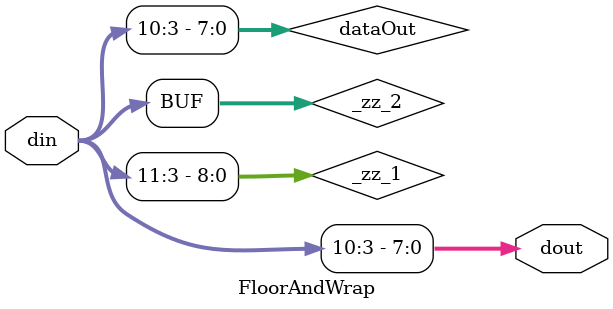
<source format=v>



module cal_phase (
  input               en,
  input               vin_vld,
  input      [7:0]    v_in_0,
  input      [7:0]    v_in_1,
  input      [7:0]    v_in_2,
  input      [7:0]    v_in_3,
  input      [7:0]    v_in_4,
  input      [7:0]    v_in_5,
  input      [7:0]    v_in_6,
  input      [7:0]    v_in_7,
  output              res_vld,
  output     [9:0]    res,
  input               clk,
  input               reset
);
  wire       [7:0]    calvn_vn_0;
  wire       [7:0]    calvn_vn_1;
  wire       [7:0]    calvn_vn_2;
  wire       [7:0]    calvn_vn_3;
  wire       [7:0]    calvn_vn_4;
  wire       [7:0]    calvn_vn_5;
  wire       [7:0]    calvn_vn_6;
  wire       [7:0]    calvn_vn_7;
  wire                calvn_vn_vld;
  wire       [15:0]   dot_psum_out1;
  wire       [15:0]   dot_psum_out2;
  wire                dot_psum_vld;
  wire       [7:0]    cordic_res;
  wire                cordic_res_vld;
  wire       [8:0]    _zz_3;
  wire       [8:0]    _zz_4;
  wire       [8:0]    _zz_5;
  wire       [8:0]    _zz_6;
  wire       [0:0]    _zz_7;
  wire       [8:0]    _zz_8;
  wire       [9:0]    _zz_9;
  wire       [9:0]    _zz_10;
  wire       [9:0]    _zz_11;
  wire       [9:0]    _zz_12;
  wire       [7:0]    vn_0;
  wire       [7:0]    vn_1;
  wire       [7:0]    vn_2;
  wire       [7:0]    vn_3;
  wire       [7:0]    vn_4;
  wire       [7:0]    vn_5;
  wire       [7:0]    vn_6;
  wire       [7:0]    vn_7;
  wire                vn_vld;
  wire       [15:0]   psum_out1;
  wire       [15:0]   psum_out2;
  wire                psum_vld;
  wire                ph_vld /* verilator public */ ;
  wire       [7:0]    ph_cal;
  reg                 LastA2stZero;
  reg        [7:0]    ph_now;
  reg        [7:0]    ph_last;
  reg                 ph_vld_dly1 /* verilator public */ ;
  wire       [8:0]    ph_delta;
  wire       [8:0]    ph_delta_abs;
  wire                AbsGtPi;
  reg        [9:0]    res_last;
  reg                 res_last_vld;
  wire       [8:0]    _zz_1;
  wire       [8:0]    _zz_2;

  assign _zz_3 = {ph_now[7],ph_now};
  assign _zz_4 = {ph_last[7],ph_last};
  assign _zz_5 = (ph_delta[8] ? _zz_6 : ph_delta);
  assign _zz_6 = (~ ph_delta);
  assign _zz_7 = ph_delta[8];
  assign _zz_8 = {8'd0, _zz_7};
  assign _zz_9 = {ph_delta[8],ph_delta};
  assign _zz_10 = {_zz_1[8],_zz_1};
  assign _zz_11 = {ph_delta[8],ph_delta};
  assign _zz_12 = {_zz_2[8],_zz_2};
  cal_vn calvn (
    .en         (en               ), //i
    .vin_vld    (vin_vld          ), //i
    .v_in_0     (v_in_0[7:0]      ), //i
    .v_in_1     (v_in_1[7:0]      ), //i
    .v_in_2     (v_in_2[7:0]      ), //i
    .v_in_3     (v_in_3[7:0]      ), //i
    .v_in_4     (v_in_4[7:0]      ), //i
    .v_in_5     (v_in_5[7:0]      ), //i
    .v_in_6     (v_in_6[7:0]      ), //i
    .v_in_7     (v_in_7[7:0]      ), //i
    .vn_0       (calvn_vn_0[7:0]  ), //o
    .vn_1       (calvn_vn_1[7:0]  ), //o
    .vn_2       (calvn_vn_2[7:0]  ), //o
    .vn_3       (calvn_vn_3[7:0]  ), //o
    .vn_4       (calvn_vn_4[7:0]  ), //o
    .vn_5       (calvn_vn_5[7:0]  ), //o
    .vn_6       (calvn_vn_6[7:0]  ), //o
    .vn_7       (calvn_vn_7[7:0]  ), //o
    .vn_vld     (calvn_vn_vld     ), //o
    .clk        (clk              ), //i
    .reset      (reset            )  //i
  );
  dotVn dot (
    .en           (en                   ), //i
    .vn_vld       (vn_vld               ), //i
    .vn_in_0      (vn_0[7:0]            ), //i
    .vn_in_1      (vn_1[7:0]            ), //i
    .vn_in_2      (vn_2[7:0]            ), //i
    .vn_in_3      (vn_3[7:0]            ), //i
    .vn_in_4      (vn_4[7:0]            ), //i
    .vn_in_5      (vn_5[7:0]            ), //i
    .vn_in_6      (vn_6[7:0]            ), //i
    .vn_in_7      (vn_7[7:0]            ), //i
    .psum_out1    (dot_psum_out1[15:0]  ), //o
    .psum_out2    (dot_psum_out2[15:0]  ), //o
    .psum_vld     (dot_psum_vld         ), //o
    .clk          (clk                  ), //i
    .reset        (reset                )  //i
  );
  cordic_int cordic (
    .en         (en               ), //i
    .vld        (psum_vld         ), //i
    .y          (psum_out2[15:0]  ), //i
    .x          (psum_out1[15:0]  ), //i
    .res        (cordic_res[7:0]  ), //o
    .res_vld    (cordic_res_vld   ), //o
    .clk        (clk              ), //i
    .reset      (reset            )  //i
  );
  assign vn_0 = calvn_vn_0;
  assign vn_1 = calvn_vn_1;
  assign vn_2 = calvn_vn_2;
  assign vn_3 = calvn_vn_3;
  assign vn_4 = calvn_vn_4;
  assign vn_5 = calvn_vn_5;
  assign vn_6 = calvn_vn_6;
  assign vn_7 = calvn_vn_7;
  assign vn_vld = calvn_vn_vld;
  assign psum_out1 = dot_psum_out1;
  assign psum_out2 = dot_psum_out2;
  assign psum_vld = dot_psum_vld;
  assign ph_cal = cordic_res;
  assign ph_vld = cordic_res_vld;
  assign ph_delta = ($signed(_zz_3) - $signed(_zz_4));
  assign ph_delta_abs = (_zz_5 + _zz_8);
  assign AbsGtPi = (9'h040 < ph_delta_abs);
  assign _zz_1 = 9'h080;
  assign _zz_2 = 9'h080;
  assign res = res_last;
  assign res_vld = res_last_vld;
  always @ (posedge clk or posedge reset) begin
    if (reset) begin
      LastA2stZero <= 1'b0;
      ph_now <= 8'h0;
      ph_last <= 8'h0;
      ph_vld_dly1 <= 1'b0;
      res_last <= 10'h0;
      res_last_vld <= 1'b0;
    end else begin
      ph_vld_dly1 <= ph_vld;
      if(ph_vld)begin
        ph_last <= ph_now;
        ph_now <= ph_cal;
      end
      res_last_vld <= ph_vld_dly1;
      if(ph_vld_dly1)begin
        LastA2stZero <= psum_out2[15];
        if(AbsGtPi)begin
          if(LastA2stZero)begin
            res_last <= ($signed(_zz_9) - $signed(_zz_10));
          end else begin
            res_last <= ($signed(_zz_11) + $signed(_zz_12));
          end
        end else begin
          res_last <= {{1{ph_delta[8]}}, ph_delta};
        end
      end
    end
  end


endmodule

module cordic_int (
  input               en,
  input               vld,
  input      [15:0]   y,
  input      [15:0]   x,
  output     [7:0]    res,
  output              res_vld,
  input               clk,
  input               reset
);
  wire       [2:0]    _zz_5;
  wire       [2:0]    _zz_6;
  wire       [7:0]    _zz_7;
  wire       [2:0]    _zz_8;
  wire       [15:0]   _zz_9;
  wire       [15:0]   _zz_10;
  wire       [15:0]   _zz_11;
  wire       [15:0]   _zz_12;
  wire       [21:0]   _zz_13;
  reg        [21:0]   xn;
  reg        [21:0]   yn;
  reg        [7:0]    res_rg;
  wire       [21:0]   x_ext;
  wire       [21:0]   y_ext;
  wire       [21:0]   x_ins;
  wire       [21:0]   y_ins;
  wire                _zz_1;
  reg        [1:0]    _zz_2;
  wire                _zz_3;
  reg        [1:0]    _zz_4;
  reg        [2:0]    cal_cnt;
  reg                 cal_en;
  wire                cal_start;
  wire                cal_finish;
  reg                 finish;
  reg                 nozero_flg;
  wire       [21:0]   xn_rightshift;
  wire       [21:0]   yn_rightshift;
  wire       [7:0]    res_bias;

  assign _zz_5 = (cal_cnt - 3'b001);
  assign _zz_6 = (cal_cnt - 3'b001);
  assign _zz_7 = 8'h01;
  assign _zz_8 = (3'b101 - cal_cnt);
  assign _zz_9 = (x | y);
  assign _zz_10 = 16'h0;
  assign _zz_11 = 16'h0;
  assign _zz_12 = 16'h0;
  assign _zz_13 = 22'h0;
  assign _zz_1 = x[15];
  always @ (*) begin
    _zz_2[1] = _zz_1;
    _zz_2[0] = _zz_1;
  end

  assign x_ext = {{_zz_2,x},4'b0000};
  assign _zz_3 = y[15];
  always @ (*) begin
    _zz_4[1] = _zz_3;
    _zz_4[0] = _zz_3;
  end

  assign y_ext = {{_zz_4,y},4'b0000};
  assign x_ins = (- x_ext);
  assign y_ins = (- y_ext);
  assign cal_start = (cal_cnt == 3'b000);
  assign cal_finish = (cal_cnt == 3'b101);
  assign xn_rightshift = ($signed(xn) >>> _zz_5);
  assign yn_rightshift = ($signed(yn) >>> _zz_6);
  assign res_bias = ($signed(_zz_7) <<< _zz_8);
  assign res = res_rg;
  assign res_vld = finish;
  always @ (posedge clk or posedge reset) begin
    if (reset) begin
      xn <= 22'h0;
      yn <= 22'h0;
      res_rg <= 8'h0;
      cal_cnt <= 3'b000;
      cal_en <= 1'b0;
      finish <= 1'b0;
      nozero_flg <= 1'b1;
    end else begin
      if(en)begin
        if(vld)begin
          cal_en <= 1'b1;
        end else begin
          if(cal_finish)begin
            cal_en <= 1'b0;
          end
        end
      end else begin
        cal_en <= 1'b0;
      end
      if(cal_en)begin
        cal_cnt <= (cal_cnt + 3'b001);
        nozero_flg <= 1'b1;
        if(cal_start)begin
          if(($signed(_zz_9) == $signed(_zz_10)))begin
            res_rg <= 8'h0;
            nozero_flg <= 1'b0;
          end else begin
            if(($signed(_zz_11) < $signed(x)))begin
              xn <= x_ext;
              yn <= y_ext;
              res_rg <= 8'h0;
            end else begin
              if(($signed(y) < $signed(_zz_12)))begin
                xn <= x_ins;
                yn <= y_ins;
                res_rg <= 8'hc0;
              end else begin
                xn <= x_ins;
                yn <= y_ins;
                res_rg <= 8'h40;
              end
            end
          end
        end else begin
          if(nozero_flg)begin
            if(($signed(yn) < $signed(_zz_13)))begin
              xn <= ($signed(xn) - $signed(yn_rightshift));
              yn <= ($signed(yn) + $signed(xn_rightshift));
              res_rg <= ($signed(res_rg) - $signed(res_bias));
            end else begin
              xn <= ($signed(xn) + $signed(yn_rightshift));
              yn <= ($signed(yn) - $signed(xn_rightshift));
              res_rg <= ($signed(res_rg) + $signed(res_bias));
            end
          end
        end
      end else begin
        cal_cnt <= 3'b000;
      end
      if(en)begin
        finish <= cal_finish;
      end else begin
        finish <= 1'b0;
      end
    end
  end


endmodule

module dotVn (
  input               en,
  input               vn_vld,
  input      [7:0]    vn_in_0,
  input      [7:0]    vn_in_1,
  input      [7:0]    vn_in_2,
  input      [7:0]    vn_in_3,
  input      [7:0]    vn_in_4,
  input      [7:0]    vn_in_5,
  input      [7:0]    vn_in_6,
  input      [7:0]    vn_in_7,
  output     [15:0]   psum_out1,
  output     [15:0]   psum_out2,
  output              psum_vld,
  input               clk,
  input               reset
);
  wire       [7:0]    _zz_1;
  wire       [16:0]   _zz_2;
  wire       [16:0]   _zz_3;
  reg        [7:0]    _zz_4;
  wire       [18:0]   table_1_s1;
  wire       [18:0]   table_1_s2;
  wire       [15:0]   FloorWrapPsum1_dout;
  wire       [15:0]   FloorWrapPsum2_dout;
  wire       [16:0]   _zz_5;
  wire       [16:0]   _zz_6;
  wire       [18:0]   s1;
  wire       [18:0]   s2;
  reg        [18:0]   psum1;
  reg        [18:0]   psum2;
  reg        [2:0]    mac_cnt;
  reg                 mac_en;
  wire                mac_start;
  wire                mac_finish;
  reg                 finish;

  assign _zz_5 = (psum1 >>> 2);
  assign _zz_6 = (psum2 >>> 2);
  s_table table_1 (
    .index    (mac_cnt[2:0]      ), //i
    .din      (_zz_1[7:0]        ), //i
    .s1       (table_1_s1[18:0]  ), //o
    .s2       (table_1_s2[18:0]  )  //o
  );
  FloorAndWrap_8 FloorWrapPsum1 (
    .din     (_zz_2[16:0]                ), //i
    .dout    (FloorWrapPsum1_dout[15:0]  )  //o
  );
  FloorAndWrap_8 FloorWrapPsum2 (
    .din     (_zz_3[16:0]                ), //i
    .dout    (FloorWrapPsum2_dout[15:0]  )  //o
  );
  always @(*) begin
    case(mac_cnt)
      3'b000 : begin
        _zz_4 = vn_in_0;
      end
      3'b001 : begin
        _zz_4 = vn_in_1;
      end
      3'b010 : begin
        _zz_4 = vn_in_2;
      end
      3'b011 : begin
        _zz_4 = vn_in_3;
      end
      3'b100 : begin
        _zz_4 = vn_in_4;
      end
      3'b101 : begin
        _zz_4 = vn_in_5;
      end
      3'b110 : begin
        _zz_4 = vn_in_6;
      end
      default : begin
        _zz_4 = vn_in_7;
      end
    endcase
  end

  assign mac_start = (mac_cnt == 3'b000);
  assign mac_finish = (mac_cnt == 3'b111);
  assign _zz_1 = _zz_4;
  assign s1 = table_1_s1;
  assign s2 = table_1_s2;
  assign _zz_2 = _zz_5;
  assign psum_out1 = FloorWrapPsum1_dout;
  assign _zz_3 = _zz_6;
  assign psum_out2 = FloorWrapPsum2_dout;
  assign psum_vld = finish;
  always @ (posedge clk or posedge reset) begin
    if (reset) begin
      psum1 <= 19'h0;
      psum2 <= 19'h0;
      mac_cnt <= 3'b000;
      mac_en <= 1'b0;
    end else begin
      if(en)begin
        if(vn_vld)begin
          mac_en <= 1'b1;
        end else begin
          if(mac_finish)begin
            mac_en <= 1'b0;
          end
        end
      end else begin
        mac_en <= 1'b0;
      end
      if(mac_en)begin
        mac_cnt <= (mac_cnt + 3'b001);
        if(mac_start)begin
          psum1 <= s1;
          psum2 <= s2;
        end else begin
          psum1 <= ($signed(psum1) + $signed(s1));
          psum2 <= ($signed(psum2) + $signed(s2));
        end
      end else begin
        mac_cnt <= 3'b000;
      end
    end
  end

  always @ (posedge clk) begin
    if(en)begin
      finish <= (mac_finish && mac_en);
    end else begin
      finish <= 1'b0;
    end
  end


endmodule

module cal_vn (
  input               en,
  input               vin_vld,
  input      [7:0]    v_in_0,
  input      [7:0]    v_in_1,
  input      [7:0]    v_in_2,
  input      [7:0]    v_in_3,
  input      [7:0]    v_in_4,
  input      [7:0]    v_in_5,
  input      [7:0]    v_in_6,
  input      [7:0]    v_in_7,
  output     [7:0]    vn_0,
  output     [7:0]    vn_1,
  output     [7:0]    vn_2,
  output     [7:0]    vn_3,
  output     [7:0]    vn_4,
  output     [7:0]    vn_5,
  output     [7:0]    vn_6,
  output     [7:0]    vn_7,
  output              vn_vld,
  input               clk,
  input               reset
);
  wire       [11:0]   _zz_7;
  wire       [11:0]   _zz_8;
  wire       [11:0]   _zz_9;
  wire       [11:0]   _zz_10;
  wire       [11:0]   _zz_11;
  wire       [11:0]   _zz_12;
  wire       [11:0]   _zz_13;
  wire       [11:0]   _zz_14;
  wire       [7:0]    FloorWrapVn_0_dout;
  wire       [7:0]    FloorWrapVn_1_dout;
  wire       [7:0]    FloorWrapVn_2_dout;
  wire       [7:0]    FloorWrapVn_3_dout;
  wire       [7:0]    FloorWrapVn_4_dout;
  wire       [7:0]    FloorWrapVn_5_dout;
  wire       [7:0]    FloorWrapVn_6_dout;
  wire       [7:0]    FloorWrapVn_7_dout;
  wire       [8:0]    _zz_15;
  wire       [8:0]    _zz_16;
  wire       [8:0]    _zz_17;
  wire       [8:0]    _zz_18;
  wire       [8:0]    _zz_19;
  wire       [8:0]    _zz_20;
  wire       [8:0]    _zz_21;
  wire       [8:0]    _zz_22;
  wire       [9:0]    _zz_23;
  wire       [9:0]    _zz_24;
  wire       [9:0]    _zz_25;
  wire       [9:0]    _zz_26;
  wire       [10:0]   _zz_27;
  wire       [10:0]   _zz_28;
  wire       [11:0]   _zz_29;
  wire       [11:0]   _zz_30;
  wire       [11:0]   _zz_31;
  wire       [11:0]   _zz_32;
  wire       [11:0]   _zz_33;
  wire       [11:0]   _zz_34;
  wire       [11:0]   _zz_35;
  wire       [11:0]   _zz_36;
  wire       [11:0]   _zz_37;
  wire       [11:0]   _zz_38;
  wire       [11:0]   _zz_39;
  wire       [11:0]   _zz_40;
  wire       [11:0]   _zz_41;
  wire       [11:0]   _zz_42;
  wire       [11:0]   _zz_43;
  wire       [11:0]   _zz_44;
  reg                 in_vld_dly1;
  reg                 in_vld_dly2;
  wire       [10:0]   SumXin;
  reg        [10:0]   SumXinReg;
  wire       [8:0]    _zz_1;
  wire       [8:0]    _zz_2;
  wire       [8:0]    _zz_3;
  wire       [8:0]    _zz_4;
  wire       [9:0]    _zz_5;
  wire       [9:0]    _zz_6;
  wire       [10:0]   vin_ext_0;
  wire       [10:0]   vin_ext_1;
  wire       [10:0]   vin_ext_2;
  wire       [10:0]   vin_ext_3;
  wire       [10:0]   vin_ext_4;
  wire       [10:0]   vin_ext_5;
  wire       [10:0]   vin_ext_6;
  wire       [10:0]   vin_ext_7;
  wire       [11:0]   VinMinusMean_0;
  wire       [11:0]   VinMinusMean_1;
  wire       [11:0]   VinMinusMean_2;
  wire       [11:0]   VinMinusMean_3;
  wire       [11:0]   VinMinusMean_4;
  wire       [11:0]   VinMinusMean_5;
  wire       [11:0]   VinMinusMean_6;
  wire       [11:0]   VinMinusMean_7;
  wire       [7:0]    Vn_floor_0;
  wire       [7:0]    Vn_floor_1;
  wire       [7:0]    Vn_floor_2;
  wire       [7:0]    Vn_floor_3;
  wire       [7:0]    Vn_floor_4;
  wire       [7:0]    Vn_floor_5;
  wire       [7:0]    Vn_floor_6;
  wire       [7:0]    Vn_floor_7;
  reg        [7:0]    VnReg_0;
  reg        [7:0]    VnReg_1;
  reg        [7:0]    VnReg_2;
  reg        [7:0]    VnReg_3;
  reg        [7:0]    VnReg_4;
  reg        [7:0]    VnReg_5;
  reg        [7:0]    VnReg_6;
  reg        [7:0]    VnReg_7;

  assign _zz_15 = {v_in_0[7],v_in_0};
  assign _zz_16 = {v_in_1[7],v_in_1};
  assign _zz_17 = {v_in_2[7],v_in_2};
  assign _zz_18 = {v_in_3[7],v_in_3};
  assign _zz_19 = {v_in_4[7],v_in_4};
  assign _zz_20 = {v_in_5[7],v_in_5};
  assign _zz_21 = {v_in_6[7],v_in_6};
  assign _zz_22 = {v_in_7[7],v_in_7};
  assign _zz_23 = {_zz_1[8],_zz_1};
  assign _zz_24 = {_zz_2[8],_zz_2};
  assign _zz_25 = {_zz_3[8],_zz_3};
  assign _zz_26 = {_zz_4[8],_zz_4};
  assign _zz_27 = {_zz_5[9],_zz_5};
  assign _zz_28 = {_zz_6[9],_zz_6};
  assign _zz_29 = {vin_ext_0[10],vin_ext_0};
  assign _zz_30 = {SumXinReg[10],SumXinReg};
  assign _zz_31 = {vin_ext_1[10],vin_ext_1};
  assign _zz_32 = {SumXinReg[10],SumXinReg};
  assign _zz_33 = {vin_ext_2[10],vin_ext_2};
  assign _zz_34 = {SumXinReg[10],SumXinReg};
  assign _zz_35 = {vin_ext_3[10],vin_ext_3};
  assign _zz_36 = {SumXinReg[10],SumXinReg};
  assign _zz_37 = {vin_ext_4[10],vin_ext_4};
  assign _zz_38 = {SumXinReg[10],SumXinReg};
  assign _zz_39 = {vin_ext_5[10],vin_ext_5};
  assign _zz_40 = {SumXinReg[10],SumXinReg};
  assign _zz_41 = {vin_ext_6[10],vin_ext_6};
  assign _zz_42 = {SumXinReg[10],SumXinReg};
  assign _zz_43 = {vin_ext_7[10],vin_ext_7};
  assign _zz_44 = {SumXinReg[10],SumXinReg};
  FloorAndWrap FloorWrapVn_0 (
    .din     (_zz_7[11:0]              ), //i
    .dout    (FloorWrapVn_0_dout[7:0]  )  //o
  );
  FloorAndWrap FloorWrapVn_1 (
    .din     (_zz_8[11:0]              ), //i
    .dout    (FloorWrapVn_1_dout[7:0]  )  //o
  );
  FloorAndWrap FloorWrapVn_2 (
    .din     (_zz_9[11:0]              ), //i
    .dout    (FloorWrapVn_2_dout[7:0]  )  //o
  );
  FloorAndWrap FloorWrapVn_3 (
    .din     (_zz_10[11:0]             ), //i
    .dout    (FloorWrapVn_3_dout[7:0]  )  //o
  );
  FloorAndWrap FloorWrapVn_4 (
    .din     (_zz_11[11:0]             ), //i
    .dout    (FloorWrapVn_4_dout[7:0]  )  //o
  );
  FloorAndWrap FloorWrapVn_5 (
    .din     (_zz_12[11:0]             ), //i
    .dout    (FloorWrapVn_5_dout[7:0]  )  //o
  );
  FloorAndWrap FloorWrapVn_6 (
    .din     (_zz_13[11:0]             ), //i
    .dout    (FloorWrapVn_6_dout[7:0]  )  //o
  );
  FloorAndWrap FloorWrapVn_7 (
    .din     (_zz_14[11:0]             ), //i
    .dout    (FloorWrapVn_7_dout[7:0]  )  //o
  );
  assign _zz_1 = ($signed(_zz_15) + $signed(_zz_16));
  assign _zz_2 = ($signed(_zz_17) + $signed(_zz_18));
  assign _zz_3 = ($signed(_zz_19) + $signed(_zz_20));
  assign _zz_4 = ($signed(_zz_21) + $signed(_zz_22));
  assign _zz_5 = ($signed(_zz_23) + $signed(_zz_24));
  assign _zz_6 = ($signed(_zz_25) + $signed(_zz_26));
  assign SumXin = ($signed(_zz_27) + $signed(_zz_28));
  assign vin_ext_0 = {v_in_0,3'b000};
  assign vin_ext_1 = {v_in_1,3'b000};
  assign vin_ext_2 = {v_in_2,3'b000};
  assign vin_ext_3 = {v_in_3,3'b000};
  assign vin_ext_4 = {v_in_4,3'b000};
  assign vin_ext_5 = {v_in_5,3'b000};
  assign vin_ext_6 = {v_in_6,3'b000};
  assign vin_ext_7 = {v_in_7,3'b000};
  assign VinMinusMean_0 = ($signed(_zz_29) - $signed(_zz_30));
  assign VinMinusMean_1 = ($signed(_zz_31) - $signed(_zz_32));
  assign VinMinusMean_2 = ($signed(_zz_33) - $signed(_zz_34));
  assign VinMinusMean_3 = ($signed(_zz_35) - $signed(_zz_36));
  assign VinMinusMean_4 = ($signed(_zz_37) - $signed(_zz_38));
  assign VinMinusMean_5 = ($signed(_zz_39) - $signed(_zz_40));
  assign VinMinusMean_6 = ($signed(_zz_41) - $signed(_zz_42));
  assign VinMinusMean_7 = ($signed(_zz_43) - $signed(_zz_44));
  assign _zz_7 = VinMinusMean_0;
  assign Vn_floor_0 = FloorWrapVn_0_dout;
  assign _zz_8 = VinMinusMean_1;
  assign Vn_floor_1 = FloorWrapVn_1_dout;
  assign _zz_9 = VinMinusMean_2;
  assign Vn_floor_2 = FloorWrapVn_2_dout;
  assign _zz_10 = VinMinusMean_3;
  assign Vn_floor_3 = FloorWrapVn_3_dout;
  assign _zz_11 = VinMinusMean_4;
  assign Vn_floor_4 = FloorWrapVn_4_dout;
  assign _zz_12 = VinMinusMean_5;
  assign Vn_floor_5 = FloorWrapVn_5_dout;
  assign _zz_13 = VinMinusMean_6;
  assign Vn_floor_6 = FloorWrapVn_6_dout;
  assign _zz_14 = VinMinusMean_7;
  assign Vn_floor_7 = FloorWrapVn_7_dout;
  assign vn_0 = VnReg_0;
  assign vn_1 = VnReg_1;
  assign vn_2 = VnReg_2;
  assign vn_3 = VnReg_3;
  assign vn_4 = VnReg_4;
  assign vn_5 = VnReg_5;
  assign vn_6 = VnReg_6;
  assign vn_7 = VnReg_7;
  assign vn_vld = in_vld_dly2;
  always @ (posedge clk or posedge reset) begin
    if (reset) begin
      in_vld_dly1 <= 1'b0;
      in_vld_dly2 <= 1'b0;
      SumXinReg <= 11'h0;
      VnReg_0 <= 8'h0;
      VnReg_1 <= 8'h0;
      VnReg_2 <= 8'h0;
      VnReg_3 <= 8'h0;
      VnReg_4 <= 8'h0;
      VnReg_5 <= 8'h0;
      VnReg_6 <= 8'h0;
      VnReg_7 <= 8'h0;
    end else begin
      if(en)begin
        in_vld_dly1 <= vin_vld;
        in_vld_dly2 <= in_vld_dly1;
      end else begin
        in_vld_dly1 <= 1'b0;
        in_vld_dly2 <= 1'b0;
      end
      if((en && vin_vld))begin
        SumXinReg <= SumXin;
      end
      if(in_vld_dly1)begin
        VnReg_0 <= Vn_floor_0;
        VnReg_1 <= Vn_floor_1;
        VnReg_2 <= Vn_floor_2;
        VnReg_3 <= Vn_floor_3;
        VnReg_4 <= Vn_floor_4;
        VnReg_5 <= Vn_floor_5;
        VnReg_6 <= Vn_floor_6;
        VnReg_7 <= Vn_floor_7;
      end
    end
  end


endmodule

//FloorAndWrap_8 replaced by FloorAndWrap_8

module FloorAndWrap_8 (
  input      [16:0]   din,
  output     [15:0]   dout
);
  wire       [16:0]   _zz_1;
  wire       [15:0]   dataOut;

  assign _zz_1 = din;
  assign dataOut = _zz_1[15 : 0];
  assign dout = dataOut;

endmodule

module s_table (
  input      [2:0]    index,
  input      [7:0]    din,
  output reg [18:0]   s1,
  output reg [18:0]   s2
);
  wire       [16:0]   _zz_11;
  wire       [16:0]   _zz_12;
  wire       [17:0]   _zz_13;
  wire       [16:0]   _zz_14;
  wire       [17:0]   _zz_15;
  wire       [16:0]   _zz_16;
  wire       [16:0]   _zz_17;
  wire       [16:0]   _zz_18;
  wire       [18:0]   _zz_19;
  wire       [18:0]   _zz_20;
  wire       [16:0]   _zz_21;
  wire       [18:0]   _zz_22;
  wire       [16:0]   _zz_23;
  wire       [16:0]   _zz_24;
  wire       [16:0]   _zz_25;
  wire       [16:0]   _zz_26;
  wire       [16:0]   _zz_27;
  wire       [17:0]   _zz_28;
  wire       [17:0]   _zz_29;
  wire       [16:0]   _zz_30;
  wire       [17:0]   _zz_31;
  wire       [19:0]   _zz_32;
  wire       [19:0]   _zz_33;
  wire       [16:0]   _zz_34;
  wire       [19:0]   _zz_35;
  wire       [17:0]   _zz_36;
  wire       [15:0]   _zz_37;
  wire       [19:0]   _zz_38;
  wire       [19:0]   _zz_39;
  wire       [16:0]   _zz_40;
  wire       [19:0]   _zz_41;
  wire       [18:0]   S_table_0;
  wire       [18:0]   S_table_1;
  wire       [18:0]   S_table_2;
  wire       [18:0]   S_table_3;
  wire       [18:0]   S_table_4;
  wire       [18:0]   S_table_5;
  wire       [18:0]   S_table_6;
  wire       [18:0]   S_table_7;
  wire       [15:0]   m128;
  wire       [15:0]   m32;
  wire       [15:0]   m16;
  wire       [15:0]   m8;
  wire       [15:0]   m4;
  wire       [15:0]   m2;
  wire       [15:0]   m1;
  wire                din_msb;
  reg        [6:0]    _zz_1;
  reg        [4:0]    _zz_2;
  reg        [3:0]    _zz_3;
  reg        [2:0]    _zz_4;
  reg        [1:0]    _zz_5;
  wire       [0:0]    _zz_6;
  wire       [17:0]   tmp1;
  wire       [16:0]   _zz_7;
  wire       [18:0]   Coef12;
  wire       [18:0]   Coef99;
  wire       [18:0]   Coef127;
  wire       [18:0]   Coef81;
  wire       [18:0]   Coefm13;
  wire       [18:0]   Coefm100;
  wire       [18:0]   Coefm128;
  wire       [18:0]   Coefm82;
  wire       [16:0]   _zz_8;
  wire       [18:0]   _zz_9;
  wire       [18:0]   _zz_10;

  assign _zz_11 = {m2[15],m2};
  assign _zz_12 = {m4[15],m4};
  assign _zz_13 = {_zz_7[16],_zz_7};
  assign _zz_14 = {m32[15],m32};
  assign _zz_15 = {{1{_zz_14[16]}}, _zz_14};
  assign _zz_16 = ($signed(_zz_17) + $signed(_zz_18));
  assign _zz_17 = {m32[15],m32};
  assign _zz_18 = {m16[15],m16};
  assign _zz_19 = ($signed(_zz_20) - $signed(_zz_22));
  assign _zz_20 = {tmp1[17],tmp1};
  assign _zz_21 = {m128[15],m128};
  assign _zz_22 = {{2{_zz_21[16]}}, _zz_21};
  assign _zz_23 = ($signed(_zz_24) - $signed(_zz_25));
  assign _zz_24 = {m1[15],m1};
  assign _zz_25 = {m128[15],m128};
  assign _zz_26 = {m2[15],m2};
  assign _zz_27 = {m8[15],m8};
  assign _zz_28 = ($signed(_zz_29) + $signed(_zz_31));
  assign _zz_29 = {_zz_8[16],_zz_8};
  assign _zz_30 = {m128[15],m128};
  assign _zz_31 = {{1{_zz_30[16]}}, _zz_30};
  assign _zz_32 = ($signed(_zz_33) - $signed(_zz_35));
  assign _zz_33 = {_zz_9[18],_zz_9};
  assign _zz_34 = {m128[15],m128};
  assign _zz_35 = {{3{_zz_34[16]}}, _zz_34};
  assign _zz_36 = (- tmp1);
  assign _zz_37 = (- m1);
  assign _zz_38 = ($signed(_zz_39) - $signed(_zz_41));
  assign _zz_39 = {_zz_10[18],_zz_10};
  assign _zz_40 = {m128[15],m128};
  assign _zz_41 = {{3{_zz_40[16]}}, _zz_40};
  assign din_msb = din[7];
  always @ (*) begin
    _zz_1[6] = din_msb;
    _zz_1[5] = din_msb;
    _zz_1[4] = din_msb;
    _zz_1[3] = din_msb;
    _zz_1[2] = din_msb;
    _zz_1[1] = din_msb;
    _zz_1[0] = din_msb;
  end

  assign m128 = {{_zz_1,din},1'b0};
  always @ (*) begin
    _zz_2[4] = din_msb;
    _zz_2[3] = din_msb;
    _zz_2[2] = din_msb;
    _zz_2[1] = din_msb;
    _zz_2[0] = din_msb;
  end

  assign m32 = {{_zz_2,din},3'b000};
  always @ (*) begin
    _zz_3[3] = din_msb;
    _zz_3[2] = din_msb;
    _zz_3[1] = din_msb;
    _zz_3[0] = din_msb;
  end

  assign m16 = {{_zz_3,din},4'b0000};
  always @ (*) begin
    _zz_4[2] = din_msb;
    _zz_4[1] = din_msb;
    _zz_4[0] = din_msb;
  end

  assign m8 = {{_zz_4,din},5'h0};
  always @ (*) begin
    _zz_5[1] = din_msb;
    _zz_5[0] = din_msb;
  end

  assign m4 = {{_zz_5,din},6'h0};
  assign _zz_6[0] = din_msb;
  assign m2 = {{_zz_6,din},7'h0};
  assign m1 = {din,8'h0};
  assign _zz_7 = ($signed(_zz_11) + $signed(_zz_12));
  assign tmp1 = ($signed(_zz_13) + $signed(_zz_15));
  assign Coef12 = {{2{_zz_16[16]}}, _zz_16};
  assign Coef99 = _zz_19;
  assign Coef127 = {{2{_zz_23[16]}}, _zz_23};
  assign _zz_8 = ($signed(_zz_26) + $signed(_zz_27));
  assign Coef81 = {{1{_zz_28[17]}}, _zz_28};
  assign _zz_9 = (- Coef12);
  assign Coefm13 = _zz_32[18:0];
  assign Coefm100 = {{1{_zz_36[17]}}, _zz_36};
  assign Coefm128 = {{3{_zz_37[15]}}, _zz_37};
  assign _zz_10 = (- Coef81);
  assign Coefm82 = _zz_38[18:0];
  always @ (*) begin
    case(index)
      3'b000 : begin
        s1 = Coef12;
      end
      3'b001 : begin
        s1 = Coef99;
      end
      3'b010 : begin
        s1 = Coef127;
      end
      3'b011 : begin
        s1 = Coef81;
      end
      3'b100 : begin
        s1 = Coefm13;
      end
      3'b101 : begin
        s1 = Coefm100;
      end
      3'b110 : begin
        s1 = Coefm128;
      end
      default : begin
        s1 = Coefm82;
      end
    endcase
  end

  always @ (*) begin
    case(index)
      3'b000 : begin
        s2 = Coef127;
      end
      3'b001 : begin
        s2 = Coef81;
      end
      3'b010 : begin
        s2 = Coefm13;
      end
      3'b011 : begin
        s2 = Coefm100;
      end
      3'b100 : begin
        s2 = Coefm128;
      end
      3'b101 : begin
        s2 = Coefm82;
      end
      3'b110 : begin
        s2 = Coef12;
      end
      default : begin
        s2 = Coef99;
      end
    endcase
  end


endmodule

//FloorAndWrap replaced by FloorAndWrap

//FloorAndWrap replaced by FloorAndWrap

//FloorAndWrap replaced by FloorAndWrap

//FloorAndWrap replaced by FloorAndWrap

//FloorAndWrap replaced by FloorAndWrap

//FloorAndWrap replaced by FloorAndWrap

//FloorAndWrap replaced by FloorAndWrap

module FloorAndWrap (
  input      [11:0]   din,
  output     [7:0]    dout
);
  wire       [8:0]    _zz_1;
  wire       [11:0]   _zz_2;
  wire       [7:0]    dataOut;

  assign _zz_1 = (_zz_2 >>> 3);
  assign _zz_2 = din;
  assign dataOut = _zz_1[7 : 0];
  assign dout = dataOut;

endmodule

</source>
